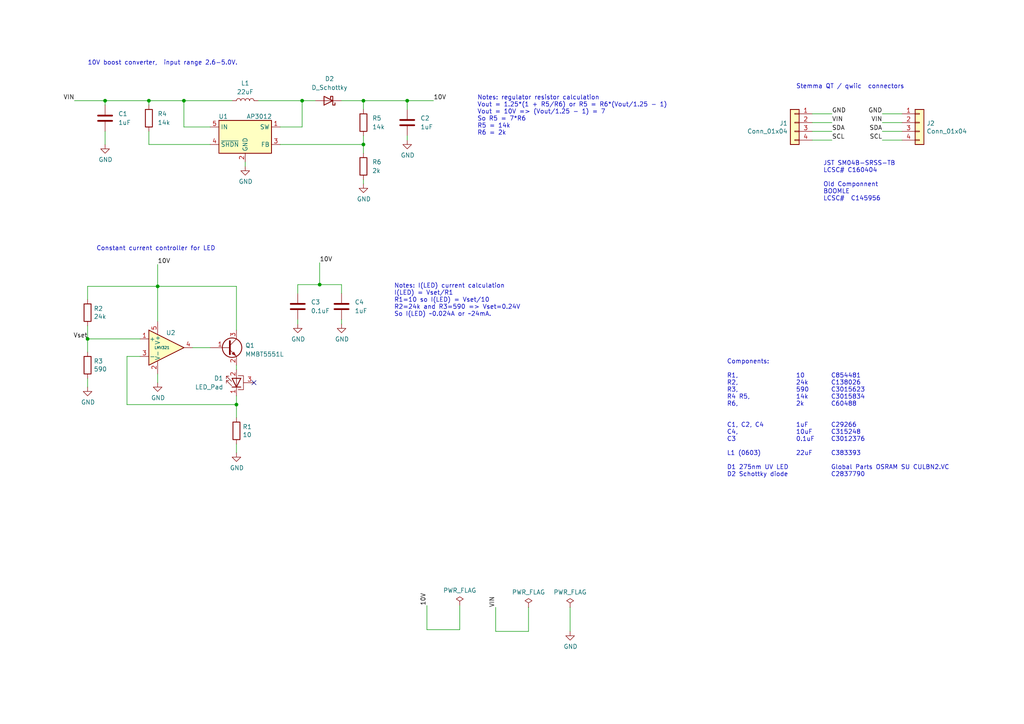
<source format=kicad_sch>
(kicad_sch (version 20230121) (generator eeschema)
  (paper "A4")
  (lib_symbols
    (symbol "Amplifier_Operational:LMV321" (pin_names (offset 0.127))
      (property "Reference" "U" (at 0 5.08 0))
      (property "Value" "LMV321" (at 0 -5.08 0))
      (symbol "LMV321_0_1"
        (polyline (pts (xy -5.08 5.08) (xy 5.08 0) (xy -5.08 -5.08) (xy -5.08 5.08)) (stroke (width 0.254)) (fill (type background)))
        (pin power_in line (at -2.54 -7.62 90) (length 3.81) (name "V-") (number "2"))
        (pin power_in line (at -2.54 7.62 270) (length 3.81) (name "V+") (number "5"))
      )
      (symbol "LMV321_1_1"
        (pin input line (at -7.62 2.54 0) (length 2.54) (name "+") (number "1"))
        (pin input line (at -7.62 -2.54 0) (length 2.54) (name "-") (number "3"))
        (pin output line (at 7.62 0 180) (length 2.54) (name "~") (number "4"))
      )
    )
    (symbol "Connector_Generic:Conn_01x04" (pin_names (offset 1.016) hide)
      (property "Reference" "J" (at 0 5.08 0))
      (property "Value" "Conn_01x04" (at 0 -7.62 0))
      (symbol "Conn_01x04_1_1"
        (rectangle (start -1.27 -4.953) (end 0 -5.207) (stroke (width 0.1524)))
        (rectangle (start -1.27 -2.413) (end 0 -2.667) (stroke (width 0.1524)))
        (rectangle (start -1.27 0.127) (end 0 -0.127) (stroke (width 0.1524)))
        (rectangle (start -1.27 2.667) (end 0 2.413) (stroke (width 0.1524)))
        (rectangle (start -1.27 3.81) (end 1.27 -6.35) (stroke (width 0.254)) (fill (type background)))
        (pin passive line (at -5.08 2.54 0) (length 3.81) (name "Pin_1") (number "1"))
        (pin passive line (at -5.08 0 0) (length 3.81) (name "Pin_2") (number "2"))
        (pin passive line (at -5.08 -2.54 0) (length 3.81) (name "Pin_3") (number "3"))
        (pin passive line (at -5.08 -5.08 0) (length 3.81) (name "Pin_4") (number "4"))
      )
    )
    (symbol "Device:C" (pin_numbers hide) (pin_names (offset 0.254))
      (property "Reference" "C" (at 0.635 2.54 0))
      (property "Value" "C" (at 0.635 -2.54 0))
      (symbol "C_0_1"
        (polyline (pts (xy -2.032 -0.762) (xy 2.032 -0.762)) (stroke (width 0.508)))
        (polyline (pts (xy -2.032 0.762) (xy 2.032 0.762)) (stroke (width 0.508)))
      )
      (symbol "C_1_1"
        (pin passive line (at 0 3.81 270) (length 2.794) (name "~") (number "1"))
        (pin passive line (at 0 -3.81 90) (length 2.794) (name "~") (number "2"))
      )
    )
    (symbol "Device:D_Schottky" (pin_numbers hide) (pin_names (offset 1.016) hide)
      (property "Reference" "D" (at 0 2.54 0))
      (property "Value" "D_Schottky" (at 0 -2.54 0))
      (symbol "D_Schottky_0_1"
        (polyline (pts (xy 1.27 0) (xy -1.27 0)))
        (polyline (pts (xy 1.27 1.27) (xy 1.27 -1.27) (xy -1.27 0) (xy 1.27 1.27)) (stroke (width 0.254)))
        (polyline (pts (xy -1.905 0.635) (xy -1.905 1.27) (xy -1.27 1.27) (xy -1.27 -1.27) (xy -0.635 -1.27) (xy -0.635 -0.635)) (stroke (width 0.254)))
      )
      (symbol "D_Schottky_1_1"
        (pin passive line (at -3.81 0 0) (length 2.54) (name "K") (number "1"))
        (pin passive line (at 3.81 0 180) (length 2.54) (name "A") (number "2"))
      )
    )
    (symbol "Device:L" (pin_numbers hide) (pin_names (offset 1.016) hide)
      (property "Reference" "L" (at -1.27 0 90))
      (property "Value" "L" (at 1.905 0 90))
      (symbol "L_0_1"
        (arc (start 0 -2.54) (mid 0.6323 -1.905) (end 0 -1.27))
        (arc (start 0 -1.27) (mid 0.6323 -0.635) (end 0 0))
        (arc (start 0 0) (mid 0.6323 0.635) (end 0 1.27))
        (arc (start 0 1.27) (mid 0.6323 1.905) (end 0 2.54))
      )
      (symbol "L_1_1"
        (pin passive line (at 0 3.81 270) (length 1.27) (name "1") (number "1"))
        (pin passive line (at 0 -3.81 90) (length 1.27) (name "2") (number "2"))
      )
    )
    (symbol "Device:LED_Pad" (pin_names (offset 1.016) hide)
      (property "Reference" "D" (at 0 5.715 0))
      (property "Value" "LED_Pad" (at 0 3.81 0))
      (symbol "LED_Pad_0_1"
        (polyline (pts (xy -1.27 -1.27) (xy -1.27 1.27)) (stroke (width 0.254)))
        (polyline (pts (xy -1.27 0) (xy 1.27 0)))
        (polyline (pts (xy 0 -2.54) (xy 0 -2.032)))
        (polyline (pts (xy -2.032 -0.508) (xy -2.032 -2.032) (xy 2.032 -2.032) (xy 2.032 -0.508)))
        (polyline (pts (xy 1.27 -1.27) (xy 1.27 1.27) (xy -1.27 0) (xy 1.27 -1.27)) (stroke (width 0.254)))
        (polyline (pts (xy -0.889 1.397) (xy 0.635 2.921) (xy -0.127 2.921) (xy 0.635 2.921) (xy 0.635 2.159)))
        (polyline (pts (xy 0.381 1.397) (xy 1.905 2.921) (xy 1.143 2.921) (xy 1.905 2.921) (xy 1.905 2.159)))
      )
      (symbol "LED_Pad_1_1"
        (pin passive line (at -3.81 0 0) (length 2.54) (name "K") (number "1"))
        (pin passive line (at 3.81 0 180) (length 2.54) (name "A") (number "2"))
        (pin passive line (at 0 -5.08 90) (length 2.54) (name "PAD") (number "3"))
      )
    )
    (symbol "Device:R" (pin_numbers hide) (pin_names (offset 0))
      (property "Reference" "R" (at 2.032 0 90))
      (property "Value" "R" (at 0 0 90))
      (symbol "R_0_1"
        (rectangle (start -1.016 -2.54) (end 1.016 2.54) (stroke (width 0.254)))
      )
      (symbol "R_1_1"
        (pin passive line (at 0 3.81 270) (length 1.27) (name "~") (number "1"))
        (pin passive line (at 0 -3.81 90) (length 1.27) (name "~") (number "2"))
      )
    )
    (symbol "Regulator_Switching:AP3012"
      (property "Reference" "U" (at -7.62 5.715 0))
      (property "Value" "AP3012" (at 0 5.715 0))
      (symbol "AP3012_0_1"
        (rectangle (start -7.62 4.445) (end 7.62 -5.08) (stroke (width 0.254)) (fill (type background)))
      )
      (symbol "AP3012_1_1"
        (pin passive line (at 10.16 2.54 180) (length 2.54) (name "SW") (number "1"))
        (pin power_in line (at 0 -7.62 90) (length 2.54) (name "GND") (number "2"))
        (pin input line (at 10.16 -2.54 180) (length 2.54) (name "FB") (number "3"))
        (pin input line (at -10.16 -2.54 0) (length 2.54) (name "~{SHDN}") (number "4"))
        (pin power_in line (at -10.16 2.54 0) (length 2.54) (name "IN") (number "5"))
      )
    )
    (symbol "Transistor_BJT:MMBT5551L" (pin_names (offset 0) hide)
      (property "Reference" "Q" (at 5.08 1.905 0))
      (property "Value" "MMBT5551L" (at 5.08 0 0))
      (symbol "MMBT5551L_0_1"
        (polyline (pts (xy 0.635 0.635) (xy 2.54 2.54)))
        (polyline (pts (xy 0.635 -0.635) (xy 2.54 -2.54) (xy 2.54 -2.54)))
        (polyline (pts (xy 0.635 1.905) (xy 0.635 -1.905) (xy 0.635 -1.905)) (stroke (width 0.508)))
        (polyline (pts (xy 1.27 -1.778) (xy 1.778 -1.27) (xy 2.286 -2.286) (xy 1.27 -1.778) (xy 1.27 -1.778)) (fill (type outline)))
        (circle (center 1.27 0) (radius 2.8194) (stroke (width 0.254)))
      )
      (symbol "MMBT5551L_1_1"
        (pin input line (at -5.08 0 0) (length 5.715) (name "B") (number "1"))
        (pin passive line (at 2.54 -5.08 90) (length 2.54) (name "E") (number "2"))
        (pin passive line (at 2.54 5.08 270) (length 2.54) (name "C") (number "3"))
      )
    )
    (symbol "power:GND" (power) (pin_names (offset 0))
      (property "Value" "GND" (at 0 -3.81 0))
      (symbol "GND_0_1"
        (polyline (pts (xy 0 0) (xy 0 -1.27) (xy 1.27 -1.27) (xy 0 -2.54) (xy -1.27 -1.27) (xy 0 -1.27)))
      )
      (symbol "GND_1_1"
        (pin power_in line (at 0 0 270) (length 0) hide (name "GND") (number "1"))
      )
    )
    (symbol "power:PWR_FLAG" (power) (pin_numbers hide) (pin_names (offset 0) hide)
      (property "Value" "PWR_FLAG" (at 0 3.81 0))
      (symbol "PWR_FLAG_0_0"
        (pin power_out line (at 0 0 90) (length 0) (name "pwr") (number "1"))
      )
      (symbol "PWR_FLAG_0_1"
        (polyline (pts (xy 0 0) (xy 0 1.27) (xy -1.016 1.905) (xy 0 2.54) (xy 1.016 1.905) (xy 0 1.27)))
      )
    )
  )
  (junction (at 45.72 83.058))
  (junction (at 68.58 117.348))
  (junction (at 43.18 29.21))
  (junction (at 87.63 29.21))
  (junction (at 92.71 82.55))
  (junction (at 53.34 29.21))
  (junction (at 105.41 29.21))
  (junction (at 30.48 29.21))
  (junction (at 105.41 41.91))
  (junction (at 25.4 98.298))
  (junction (at 118.11 29.21))
  (no_connect (at 73.66 110.998))
  (wire (pts (xy 53.34 29.21) (xy 67.31 29.21)))
  (wire (pts (xy 36.83 103.378) (xy 40.64 103.378)))
  (wire (pts (xy 92.71 76.2) (xy 92.71 82.55)))
  (wire (pts (xy 68.58 117.348) (xy 36.83 117.348)))
  (wire (pts (xy 235.585 35.56) (xy 241.3 35.56)))
  (wire (pts (xy 68.58 128.778) (xy 68.58 131.318)))
  (wire (pts (xy 261.62 38.1) (xy 255.905 38.1)))
  (wire (pts (xy 68.58 114.808) (xy 68.58 117.348)))
  (wire (pts (xy 118.11 39.37) (xy 118.11 40.64)))
  (wire (pts (xy 25.4 83.058) (xy 25.4 86.868)))
  (wire (pts (xy 133.35 175.641) (xy 133.35 182.626)))
  (wire (pts (xy 68.58 83.058) (xy 68.58 95.758)))
  (wire (pts (xy 25.4 98.298) (xy 25.4 94.488)))
  (wire (pts (xy 261.62 35.56) (xy 255.905 35.56)))
  (wire (pts (xy 235.585 33.02) (xy 241.3 33.02)))
  (wire (pts (xy 25.4 98.298) (xy 25.4 102.108)))
  (wire (pts (xy 45.72 108.458) (xy 45.72 110.998)))
  (wire (pts (xy 261.62 33.02) (xy 255.905 33.02)))
  (wire (pts (xy 43.18 29.21) (xy 53.34 29.21)))
  (wire (pts (xy 92.71 82.55) (xy 99.06 82.55)))
  (wire (pts (xy 87.63 36.83) (xy 81.28 36.83)))
  (wire (pts (xy 30.48 29.21) (xy 43.18 29.21)))
  (wire (pts (xy 153.289 183.134) (xy 143.764 183.134)))
  (wire (pts (xy 99.06 92.71) (xy 99.06 93.98)))
  (wire (pts (xy 45.72 83.058) (xy 45.72 93.218)))
  (wire (pts (xy 153.289 176.149) (xy 153.289 183.134)))
  (wire (pts (xy 43.18 30.48) (xy 43.18 29.21)))
  (wire (pts (xy 99.06 82.55) (xy 99.06 85.09)))
  (wire (pts (xy 86.36 92.71) (xy 86.36 93.98)))
  (wire (pts (xy 43.18 41.91) (xy 60.96 41.91)))
  (wire (pts (xy 81.28 41.91) (xy 105.41 41.91)))
  (wire (pts (xy 105.41 29.21) (xy 118.11 29.21)))
  (wire (pts (xy 261.62 40.64) (xy 255.905 40.64)))
  (wire (pts (xy 143.764 183.134) (xy 143.764 176.149)))
  (wire (pts (xy 25.4 109.728) (xy 25.4 112.268)))
  (wire (pts (xy 105.41 29.21) (xy 105.41 31.75)))
  (wire (pts (xy 68.58 105.918) (xy 68.58 107.188)))
  (wire (pts (xy 105.41 52.07) (xy 105.41 53.34)))
  (wire (pts (xy 105.41 39.37) (xy 105.41 41.91)))
  (wire (pts (xy 25.4 98.298) (xy 40.64 98.298)))
  (wire (pts (xy 45.72 83.058) (xy 25.4 83.058)))
  (wire (pts (xy 71.12 46.99) (xy 71.12 48.26)))
  (wire (pts (xy 43.18 38.1) (xy 43.18 41.91)))
  (wire (pts (xy 99.06 29.21) (xy 105.41 29.21)))
  (wire (pts (xy 30.48 38.1) (xy 30.48 41.91)))
  (wire (pts (xy 118.11 29.21) (xy 125.73 29.21)))
  (wire (pts (xy 133.35 182.626) (xy 123.825 182.626)))
  (wire (pts (xy 86.36 82.55) (xy 92.71 82.55)))
  (wire (pts (xy 45.72 83.058) (xy 68.58 83.058)))
  (wire (pts (xy 74.93 29.21) (xy 87.63 29.21)))
  (wire (pts (xy 118.11 29.21) (xy 118.11 31.75)))
  (wire (pts (xy 87.63 29.21) (xy 87.63 36.83)))
  (wire (pts (xy 123.825 182.626) (xy 123.825 175.641)))
  (wire (pts (xy 235.585 38.1) (xy 241.3 38.1)))
  (wire (pts (xy 60.96 36.83) (xy 53.34 36.83)))
  (wire (pts (xy 30.48 30.48) (xy 30.48 29.21)))
  (wire (pts (xy 165.354 176.149) (xy 165.354 183.134)))
  (wire (pts (xy 21.59 29.21) (xy 30.48 29.21)))
  (wire (pts (xy 105.41 41.91) (xy 105.41 44.45)))
  (wire (pts (xy 55.88 100.838) (xy 60.96 100.838)))
  (wire (pts (xy 87.63 29.21) (xy 91.44 29.21)))
  (wire (pts (xy 36.83 117.348) (xy 36.83 103.378)))
  (wire (pts (xy 45.72 76.708) (xy 45.72 83.058)))
  (wire (pts (xy 53.34 36.83) (xy 53.34 29.21)))
  (wire (pts (xy 86.36 85.09) (xy 86.36 82.55)))
  (wire (pts (xy 235.585 40.64) (xy 241.3 40.64)))
  (wire (pts (xy 68.58 117.348) (xy 68.58 121.158)))
  (text "JST SM04B-SRSS-TB\nLCSC# C160404\n\nOld Componnent\nBOOMLE\nLCSC#  C145956\n" (at 238.76 58.42 0) (effects (font (size 1.27 1.27)) (justify left bottom)))
  (text "Stemma QT / qwiic  connectors\n" (at 230.886 25.908 0) (effects (font (size 1.27 1.27)) (justify left bottom)))
  (text "Components:\n\nR1,				10		C854481\nR2,				24k		C138026\nR3,				590		C3015623\nR4 R5,			14k		C3015834\nR6,				2k		C60488\n\n\nC1, C2, C4		1uF		C29266\nC4,				10uF	C315248\nC3				0.1uF	C3012376\n\nL1 (0603)		22uF	C383393\n\nD1 275nm UV LED			Global Parts OSRAM SU CULBN2.VC\nD2 Schottky diode 		C2837790\n" (at 210.82 138.43 0) (effects (font (size 1.27 1.27)) (justify left bottom)))
  (text "Constant current controller for LED" (at 27.94 72.898 0) (effects (font (size 1.27 1.27)) (justify left bottom)))
  (text "10V boost converter,  input range 2.6-5.0V. " (at 25.4 19.05 0) (effects (font (size 1.27 1.27)) (justify left bottom)))
  (text "Notes: regulator resistor calculation\nVout = 1.25*(1 + R5/R6) or R5 = R6*(Vout/1.25 - 1)\nVout = 10V => (Vout/1.25 - 1) = 7\nSo R5 = 7*R6\nR5 = 14k\nR6 = 2k\n" (at 138.43 39.37 0) (effects (font (size 1.27 1.27)) (justify left bottom)))
  (text "Notes: I(LED) current calculation\nI(LED) = Vset/R1\nR1=10 so I(LED) = Vset/10\nR2=24k and R3=590 => Vset=0.24V\nSo I(LED) ~0.024A or ~24mA. \n\n" (at 114.3 93.98 0) (effects (font (size 1.27 1.27)) (justify left bottom)))
  (label "SCL" (at 241.3 40.64 0))
  (label "SCL" (at 255.905 40.64 180))
  (label "Vset" (at 25.4 98.298 180))
  (label "SDA" (at 255.905 38.1 180))
  (label "VIN" (at 143.764 176.149 90))
  (label "10V" (at 45.72 76.708 0))
  (label "VIN" (at 21.59 29.21 180))
  (label "10V" (at 125.73 29.21 0))
  (label "10V" (at 92.71 76.2 0))
  (label "VIN" (at 255.905 35.56 180))
  (label "VIN" (at 241.3 35.56 0))
  (label "GND" (at 241.3 33.02 0))
  (label "GND" (at 255.905 33.02 180))
  (label "10V" (at 123.825 175.641 90))
  (label "SDA" (at 241.3 38.1 0))
  (symbol (lib_id "Connector_Generic:Conn_01x04") (at 230.505 35.56 0) (mirror y) (unit 1)
    (property "Reference" "J1" (at 228.473 35.7632 0) (effects (justify left)))
    (property "Value" "Conn_01x04" (at 228.473 38.0746 0) (effects (justify left)))
    (property "Footprint" "JST_SH_SM04B_custom:JST_SH_SM04B-SRSS-TB_1x04-1MP_P1.00mm_Horizontal" (effects hide))
  )
  (symbol (lib_id "Connector_Generic:Conn_01x04") (at 266.7 35.56 0) (unit 1)
    (property "Reference" "J2" (at 268.732 35.7632 0) (effects (justify left)))
    (property "Value" "Conn_01x04" (at 268.732 38.0746 0) (effects (justify left)))
    (property "Footprint" "JST_SH_SM04B_custom:JST_SH_SM04B-SRSS-TB_1x04-1MP_P1.00mm_Horizontal" (effects hide))
  )
  (symbol (lib_id "Device:R") (at 68.58 124.968 0) (unit 1)
    (property "Reference" "R1" (at 70.358 123.7996 0) (effects (justify left)))
    (property "Value" "10" (at 70.358 126.111 0) (effects (justify left)))
    (property "Footprint" "Resistor_SMD:R_0402_1005Metric" (effects hide))
  )
  (symbol (lib_id "power:GND") (at 68.58 131.318 0) (unit 1)
    (property "Reference" "#PWR08" (effects hide))
    (property "Value" "GND" (at 68.707 135.7122 0))
  )
  (symbol (lib_id "power:PWR_FLAG") (at 165.354 176.149 0) (unit 1)
    (property "Reference" "#FLG0101" (effects hide))
    (property "Value" "PWR_FLAG" (at 165.354 171.7548 0))
  )
  (symbol (lib_id "power:PWR_FLAG") (at 153.289 176.149 0) (unit 1)
    (property "Reference" "#FLG0102" (effects hide))
    (property "Value" "PWR_FLAG" (at 153.289 171.7548 0))
  )
  (symbol (lib_id "power:GND") (at 165.354 183.134 0) (unit 1)
    (property "Reference" "#PWR0101" (effects hide))
    (property "Value" "GND" (at 165.481 187.5282 0))
  )
  (symbol (lib_id "Device:C") (at 99.06 88.9 0) (unit 1)
    (property "Reference" "C4" (at 102.87 87.63 0) (effects (justify left)))
    (property "Value" "1uF" (at 102.87 90.17 0) (effects (justify left)))
    (property "Footprint" "Capacitor_SMD:C_0402_1005Metric" (effects hide))
  )
  (symbol (lib_id "Device:C") (at 86.36 88.9 0) (unit 1)
    (property "Reference" "C3" (at 90.17 87.63 0) (effects (justify left)))
    (property "Value" "0.1uF" (at 90.17 90.17 0) (effects (justify left)))
    (property "Footprint" "Capacitor_SMD:C_0402_1005Metric" (effects hide))
  )
  (symbol (lib_id "Device:R") (at 105.41 35.56 0) (unit 1)
    (property "Reference" "R5" (at 107.95 34.29 0) (effects (justify left)))
    (property "Value" "14k" (at 107.95 36.83 0) (effects (justify left)))
    (property "Footprint" "Resistor_SMD:R_0402_1005Metric" (effects hide))
  )
  (symbol (lib_id "power:GND") (at 99.06 93.98 0) (unit 1)
    (property "Reference" "#PWR06" (effects hide))
    (property "Value" "GND" (at 99.187 98.3742 0))
  )
  (symbol (lib_id "Device:LED_Pad") (at 68.58 110.998 90) (unit 1)
    (property "Reference" "D1" (at 64.77 109.728 90) (effects (justify left)))
    (property "Value" "LED_Pad" (at 64.77 112.268 90) (effects (justify left)))
    (property "Footprint" "LED_1414:LED_1414" (effects hide))
  )
  (symbol (lib_id "power:GND") (at 118.11 40.64 0) (unit 1)
    (property "Reference" "#PWR012" (effects hide))
    (property "Value" "GND" (at 118.237 45.0342 0))
  )
  (symbol (lib_id "power:GND") (at 30.48 41.91 0) (unit 1)
    (property "Reference" "#PWR02" (effects hide))
    (property "Value" "GND" (at 30.607 46.3042 0))
  )
  (symbol (lib_id "Device:R") (at 105.41 48.26 0) (unit 1)
    (property "Reference" "R6" (at 107.95 46.99 0) (effects (justify left)))
    (property "Value" "2k" (at 107.95 49.53 0) (effects (justify left)))
    (property "Footprint" "Resistor_SMD:R_0402_1005Metric" (effects hide))
  )
  (symbol (lib_id "power:GND") (at 45.72 110.998 0) (unit 1)
    (property "Reference" "#PWR04" (effects hide))
    (property "Value" "GND" (at 45.847 115.3922 0))
  )
  (symbol (lib_id "power:GND") (at 71.12 48.26 0) (unit 1)
    (property "Reference" "#PWR01" (effects hide))
    (property "Value" "GND" (at 71.247 52.6542 0))
  )
  (symbol (lib_id "Device:C") (at 30.48 34.29 180) (unit 1)
    (property "Reference" "C1" (at 34.29 33.02 0) (effects (justify right)))
    (property "Value" "1uF" (at 34.29 35.56 0) (effects (justify right)))
    (property "Footprint" "Capacitor_SMD:C_0402_1005Metric" (effects hide))
  )
  (symbol (lib_id "Device:R") (at 43.18 34.29 0) (unit 1)
    (property "Reference" "R4" (at 45.72 33.02 0) (effects (justify left)))
    (property "Value" "14k" (at 45.72 35.56 0) (effects (justify left)))
    (property "Footprint" "Resistor_SMD:R_0402_1005Metric" (effects hide))
  )
  (symbol (lib_id "power:PWR_FLAG") (at 133.35 175.641 0) (unit 1)
    (property "Reference" "#FLG01" (effects hide))
    (property "Value" "PWR_FLAG" (at 133.35 171.2468 0))
  )
  (symbol (lib_id "power:GND") (at 86.36 93.98 0) (unit 1)
    (property "Reference" "#PWR05" (effects hide))
    (property "Value" "GND" (at 86.487 98.3742 0))
  )
  (symbol (lib_id "Regulator_Switching:AP3012") (at 71.12 39.37 0) (unit 1)
    (property "Reference" "U1" (at 64.77 33.782 0))
    (property "Value" "AP3012" (at 75.184 33.782 0))
    (property "Footprint" "Package_TO_SOT_SMD:SOT-23-5" (effects hide))
    (property "Datasheet" "https://www.diodes.com/assets/Datasheets/AP3012.pdf" (effects hide))
  )
  (symbol (lib_id "power:GND") (at 25.4 112.268 0) (unit 1)
    (property "Reference" "#PWR07" (effects hide))
    (property "Value" "GND" (at 25.527 116.6622 0))
  )
  (symbol (lib_id "Device:C") (at 118.11 35.56 180) (unit 1)
    (property "Reference" "C2" (at 121.92 34.29 0) (effects (justify right)))
    (property "Value" "1uF" (at 121.92 36.83 0) (effects (justify right)))
    (property "Footprint" "Capacitor_SMD:C_0402_1005Metric" (effects hide))
  )
  (symbol (lib_id "Device:R") (at 25.4 90.678 0) (unit 1)
    (property "Reference" "R2" (at 27.178 89.5096 0) (effects (justify left)))
    (property "Value" "24k" (at 27.178 91.821 0) (effects (justify left)))
    (property "Footprint" "Resistor_SMD:R_0402_1005Metric" (effects hide))
  )
  (symbol (lib_id "Amplifier_Operational:LMV321") (at 48.26 100.838 0) (unit 1)
    (property "Reference" "U2" (at 49.53 96.52 0))
    (property "Value" "LMV321" (at 46.99 100.838 0) (effects (font (size 0.762 0.762))))
    (property "Footprint" "Package_TO_SOT_SMD:SOT-23-5" (effects hide))
    (property "Datasheet" "http://www.ti.com/lit/ds/symlink/lmv324.pdf" (effects hide))
  )
  (symbol (lib_id "Transistor_BJT:MMBT5551L") (at 66.04 100.838 0) (unit 1)
    (property "Reference" "Q1" (at 71.12 100.203 0) (effects (justify left)))
    (property "Value" "MMBT5551L" (at 71.12 102.743 0) (effects (justify left)))
    (property "Footprint" "Package_TO_SOT_SMD:SOT-23" (effects hide))
    (property "Datasheet" "www.onsemi.com/pub/Collateral/MMBT5550LT1-D.PDF" (effects hide))
  )
  (symbol (lib_id "power:GND") (at 105.41 53.34 0) (unit 1)
    (property "Reference" "#PWR03" (effects hide))
    (property "Value" "GND" (at 105.537 57.7342 0))
  )
  (symbol (lib_id "Device:D_Schottky") (at 95.25 29.21 180) (unit 1)
    (property "Reference" "D2" (at 95.5675 22.86 0))
    (property "Value" "D_Schottky" (at 95.5675 25.4 0))
    (property "Footprint" "Diode_SMD:D_0402_1005Metric" (effects hide))
  )
  (symbol (lib_id "Device:R") (at 25.4 105.918 0) (unit 1)
    (property "Reference" "R3" (at 27.178 104.7496 0) (effects (justify left)))
    (property "Value" "590" (at 27.178 107.061 0) (effects (justify left)))
    (property "Footprint" "Resistor_SMD:R_0402_1005Metric" (effects hide))
  )
  (symbol (lib_id "Device:L") (at 71.12 29.21 90) (unit 1)
    (property "Reference" "L1" (at 71.12 24.13 90))
    (property "Value" "22uF" (at 71.12 26.67 90))
    (property "Footprint" "Inductor_SMD:L_0603_1608Metric" (effects hide))
  )
)
</source>
